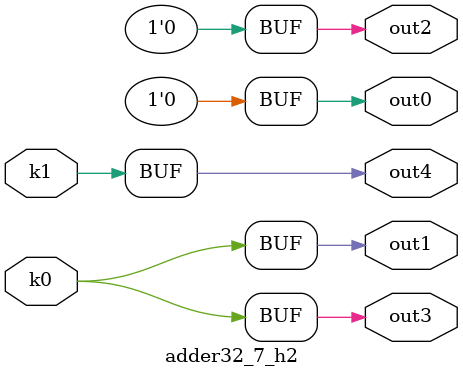
<source format=v>
module adder32_7(pi0, pi1, pi2, pi3, pi4, pi5, pi6, pi7, po0, po1, po2, po3, po4);
input pi0, pi1, pi2, pi3, pi4, pi5, pi6, pi7;
output po0, po1, po2, po3, po4;
wire k0, k1;
adder32_7_w2 DUT1 (pi0, pi1, pi2, pi3, pi4, pi5, pi6, pi7, k0, k1);
adder32_7_h2 DUT2 (k0, k1, po0, po1, po2, po3, po4);
endmodule

module adder32_7_w2(in7, in6, in5, in4, in3, in2, in1, in0, k1, k0);
input in7, in6, in5, in4, in3, in2, in1, in0;
output k1, k0;
assign k0 =   ((~in6 ^ in3) & (((in7 | in4) & (in1 | in0)) | (in7 & in4))) | (((~in7 & ~in4) | (~in1 & ~in0 & (~in7 | ~in4))) & (in6 ^ in3));
assign k1 =   ((in7 ^ in4) & (in1 | in0)) | (~in1 & ~in0 & (~in7 ^ in4));
endmodule

module adder32_7_h2(k1, k0, out4, out3, out2, out1, out0);
input k1, k0;
output out4, out3, out2, out1, out0;
assign out0 = 0;
assign out1 = k0;
assign out2 = 0;
assign out3 = k0;
assign out4 = k1;
endmodule

</source>
